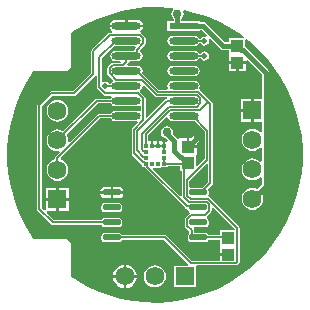
<source format=gbl>
G04*
G04 #@! TF.GenerationSoftware,Altium Limited,Altium Designer,22.7.1 (60)*
G04*
G04 Layer_Physical_Order=2*
G04 Layer_Color=16711680*
%FSLAX24Y24*%
%MOIN*%
G70*
G04*
G04 #@! TF.SameCoordinates,277468EA-A594-40E7-B2BE-35E06897B6AD*
G04*
G04*
G04 #@! TF.FilePolarity,Positive*
G04*
G01*
G75*
%ADD12C,0.0050*%
%ADD21R,0.0433X0.0413*%
%ADD32C,0.0150*%
%ADD33C,0.0626*%
%ADD34R,0.0626X0.0626*%
%ADD35R,0.0626X0.0626*%
%ADD36C,0.0200*%
%ADD37C,0.0300*%
G04:AMPARAMS|DCode=38|XSize=59mil|YSize=21mil|CornerRadius=5.3mil|HoleSize=0mil|Usage=FLASHONLY|Rotation=0.000|XOffset=0mil|YOffset=0mil|HoleType=Round|Shape=RoundedRectangle|*
%AMROUNDEDRECTD38*
21,1,0.0590,0.0105,0,0,0.0*
21,1,0.0485,0.0210,0,0,0.0*
1,1,0.0105,0.0243,-0.0053*
1,1,0.0105,-0.0243,-0.0053*
1,1,0.0105,-0.0243,0.0053*
1,1,0.0105,0.0243,0.0053*
%
%ADD38ROUNDEDRECTD38*%
G04:AMPARAMS|DCode=39|XSize=97.4mil|YSize=24.5mil|CornerRadius=12.2mil|HoleSize=0mil|Usage=FLASHONLY|Rotation=180.000|XOffset=0mil|YOffset=0mil|HoleType=Round|Shape=RoundedRectangle|*
%AMROUNDEDRECTD39*
21,1,0.0974,0.0000,0,0,180.0*
21,1,0.0729,0.0245,0,0,180.0*
1,1,0.0245,-0.0365,0.0000*
1,1,0.0245,0.0365,0.0000*
1,1,0.0245,0.0365,0.0000*
1,1,0.0245,-0.0365,0.0000*
%
%ADD39ROUNDEDRECTD39*%
%ADD40R,0.0974X0.0245*%
%ADD41R,0.0138X0.0148*%
%ADD42R,0.0148X0.0138*%
G36*
X10503Y14898D02*
X10586Y14886D01*
X10599Y14834D01*
X10562Y14778D01*
X10546Y14700D01*
X10562Y14622D01*
X10606Y14556D01*
X10623Y14545D01*
Y14472D01*
X10414D01*
Y14128D01*
X11488D01*
Y14173D01*
X11547D01*
X11738Y13982D01*
X11709Y13941D01*
X11650Y13953D01*
X11591Y13941D01*
X11542Y13908D01*
X11521Y13876D01*
X11472D01*
X11440Y13924D01*
X11383Y13962D01*
X11316Y13976D01*
X10587D01*
X10519Y13962D01*
X10462Y13924D01*
X10424Y13867D01*
X10411Y13800D01*
X10424Y13733D01*
X10462Y13676D01*
X10519Y13638D01*
X10587Y13624D01*
X11316D01*
X11383Y13638D01*
X11440Y13676D01*
X11472Y13724D01*
X11521D01*
X11542Y13692D01*
X11591Y13659D01*
X11650Y13647D01*
X11709Y13659D01*
X11758Y13692D01*
X11791Y13741D01*
X11803Y13800D01*
X11791Y13859D01*
X11832Y13888D01*
X12184Y13535D01*
X12226Y13508D01*
X12274Y13498D01*
X12483D01*
Y13369D01*
X12453Y13361D01*
Y13114D01*
X12750D01*
X13047D01*
Y13132D01*
X13093Y13151D01*
X13561Y12684D01*
Y11877D01*
X13290D01*
Y11484D01*
Y11091D01*
X13561D01*
Y10769D01*
X13513Y10753D01*
X13509Y10759D01*
X13433Y10817D01*
X13345Y10854D01*
X13250Y10866D01*
X13155Y10854D01*
X13067Y10817D01*
X12991Y10759D01*
X12933Y10683D01*
X12896Y10595D01*
X12884Y10500D01*
X12896Y10405D01*
X12933Y10317D01*
X12991Y10241D01*
X13067Y10183D01*
X13155Y10146D01*
X13250Y10134D01*
X13345Y10146D01*
X13433Y10183D01*
X13509Y10241D01*
X13513Y10247D01*
X13561Y10231D01*
Y9785D01*
X13513Y9769D01*
X13509Y9775D01*
X13433Y9833D01*
X13345Y9869D01*
X13250Y9882D01*
X13155Y9869D01*
X13067Y9833D01*
X12991Y9775D01*
X12933Y9699D01*
X12896Y9611D01*
X12884Y9516D01*
X12896Y9421D01*
X12933Y9333D01*
X12991Y9257D01*
X13067Y9199D01*
X13155Y9162D01*
X13250Y9150D01*
X13345Y9162D01*
X13433Y9199D01*
X13509Y9257D01*
X13513Y9262D01*
X13561Y9246D01*
Y9022D01*
X13400Y8862D01*
X13345Y8885D01*
X13250Y8898D01*
X13155Y8885D01*
X13067Y8849D01*
X12991Y8790D01*
X12933Y8715D01*
X12896Y8626D01*
X12884Y8532D01*
X12896Y8437D01*
X12933Y8348D01*
X12991Y8273D01*
X13067Y8214D01*
X13155Y8178D01*
X13250Y8165D01*
X13345Y8178D01*
X13433Y8214D01*
X13509Y8273D01*
X13567Y8348D01*
X13604Y8437D01*
X13616Y8532D01*
X13604Y8626D01*
X13581Y8682D01*
X13778Y8879D01*
X13806Y8921D01*
X13815Y8969D01*
Y12736D01*
X13806Y12785D01*
X13778Y12827D01*
X13021Y13584D01*
X13017Y13587D01*
Y13824D01*
X13067Y13849D01*
X13133Y13798D01*
X13441Y13522D01*
X13724Y13222D01*
X13981Y12898D01*
X14210Y12554D01*
X14409Y12193D01*
X14577Y11815D01*
X14713Y11425D01*
X14816Y11025D01*
X14885Y10618D01*
X14920Y10207D01*
Y9793D01*
X14885Y9382D01*
X14816Y8975D01*
X14713Y8575D01*
X14577Y8185D01*
X14409Y7807D01*
X14210Y7446D01*
X13981Y7102D01*
X13724Y6778D01*
X13441Y6478D01*
X13133Y6202D01*
X12804Y5952D01*
X12455Y5732D01*
X12088Y5541D01*
X11707Y5381D01*
X11314Y5255D01*
X10912Y5161D01*
X10503Y5102D01*
X10091Y5077D01*
X9678Y5086D01*
X9267Y5131D01*
X8862Y5209D01*
X8464Y5322D01*
X8078Y5467D01*
X7704Y5644D01*
X7347Y5852D01*
X7212Y5946D01*
X7212Y7000D01*
X7212Y7000D01*
X7206Y7031D01*
X7189Y7057D01*
X7057Y7189D01*
X7031Y7206D01*
X7000Y7212D01*
X5946D01*
X5862Y7332D01*
X5671Y7656D01*
X5505Y7993D01*
X5364Y8341D01*
X5251Y8700D01*
X5166Y9066D01*
X5109Y9437D01*
X5080Y9812D01*
Y10188D01*
X5109Y10563D01*
X5166Y10934D01*
X5251Y11300D01*
X5364Y11659D01*
X5505Y12007D01*
X5671Y12344D01*
X5862Y12668D01*
X5946Y12788D01*
X7000D01*
X7000Y12788D01*
X7031Y12794D01*
X7057Y12811D01*
X7189Y12943D01*
X7206Y12969D01*
X7212Y13000D01*
Y14054D01*
X7347Y14148D01*
X7704Y14356D01*
X8078Y14533D01*
X8464Y14678D01*
X8862Y14791D01*
X9267Y14869D01*
X9678Y14914D01*
X10091Y14923D01*
X10503Y14898D01*
D02*
G37*
G36*
X11314Y14745D02*
X11707Y14619D01*
X12088Y14459D01*
X12455Y14268D01*
X12804Y14048D01*
X12957Y13932D01*
X12940Y13882D01*
X12483D01*
Y13753D01*
X12327D01*
X11690Y14390D01*
X11649Y14418D01*
X11600Y14427D01*
X11488D01*
Y14472D01*
X10877D01*
Y14545D01*
X10894Y14556D01*
X10938Y14622D01*
X10954Y14700D01*
X10938Y14778D01*
X10936Y14782D01*
X10966Y14826D01*
X11314Y14745D01*
D02*
G37*
%LPC*%
G36*
X9413Y14506D02*
X9089D01*
Y14340D01*
X9612D01*
X9604Y14379D01*
X9559Y14446D01*
X9492Y14491D01*
X9413Y14506D01*
D02*
G37*
G36*
X9009D02*
X8684D01*
X8605Y14491D01*
X8538Y14446D01*
X8494Y14379D01*
X8486Y14340D01*
X9009D01*
Y14506D01*
D02*
G37*
G36*
X11316Y13476D02*
X10587D01*
X10519Y13462D01*
X10462Y13424D01*
X10424Y13367D01*
X10411Y13300D01*
X10424Y13233D01*
X10462Y13176D01*
X10519Y13138D01*
X10587Y13124D01*
X11316D01*
X11383Y13138D01*
X11440Y13176D01*
X11472Y13224D01*
X11521D01*
X11542Y13192D01*
X11591Y13159D01*
X11650Y13147D01*
X11709Y13159D01*
X11758Y13192D01*
X11791Y13241D01*
X11803Y13300D01*
X11791Y13359D01*
X11758Y13408D01*
X11709Y13441D01*
X11650Y13453D01*
X11591Y13441D01*
X11542Y13408D01*
X11521Y13376D01*
X11472D01*
X11440Y13424D01*
X11383Y13462D01*
X11316Y13476D01*
D02*
G37*
G36*
X13047Y13034D02*
X12790D01*
Y12788D01*
X13047D01*
Y13034D01*
D02*
G37*
G36*
X12710D02*
X12453D01*
Y12788D01*
X12710D01*
Y13034D01*
D02*
G37*
G36*
X11316Y12976D02*
X10587D01*
X10519Y12962D01*
X10462Y12924D01*
X10424Y12867D01*
X10411Y12800D01*
X10424Y12733D01*
X10462Y12676D01*
X10519Y12638D01*
X10587Y12624D01*
X11316D01*
X11383Y12638D01*
X11440Y12676D01*
X11478Y12733D01*
X11492Y12800D01*
X11478Y12867D01*
X11440Y12924D01*
X11383Y12962D01*
X11316Y12976D01*
D02*
G37*
G36*
X9612Y14260D02*
X9049D01*
X8486D01*
X8494Y14221D01*
X8538Y14154D01*
X8583Y14124D01*
X8568Y14074D01*
X8497D01*
X8468Y14068D01*
X8443Y14052D01*
X7896Y13504D01*
X7879Y13479D01*
X7874Y13450D01*
Y12732D01*
X7268Y12126D01*
X6550D01*
X6521Y12121D01*
X6496Y12104D01*
X6496Y12104D01*
X6096Y11704D01*
X6079Y11679D01*
X6074Y11650D01*
Y8200D01*
X6079Y8171D01*
X6096Y8146D01*
X6546Y7696D01*
X6571Y7679D01*
X6600Y7674D01*
X8218D01*
X8221Y7658D01*
X8244Y7624D01*
X8278Y7601D01*
X8317Y7593D01*
X8802D01*
X8842Y7601D01*
X8876Y7624D01*
X8899Y7658D01*
X8907Y7697D01*
Y7803D01*
X8899Y7842D01*
X8876Y7876D01*
X8842Y7899D01*
X8802Y7907D01*
X8317D01*
X8278Y7899D01*
X8244Y7876D01*
X8221Y7842D01*
X8218Y7826D01*
X6632D01*
X6385Y8073D01*
X6406Y8123D01*
X6710D01*
Y8476D01*
X6357D01*
Y8172D01*
X6307Y8151D01*
X6226Y8232D01*
Y11618D01*
X6582Y11974D01*
X7300D01*
X7329Y11979D01*
X7354Y11996D01*
X8004Y12646D01*
X8021Y12671D01*
X8024Y12685D01*
X8074Y12680D01*
Y12250D01*
X8079Y12221D01*
X8096Y12196D01*
X8296Y11996D01*
X8321Y11979D01*
X8350Y11974D01*
X8350Y11974D01*
X8544D01*
X8560Y11924D01*
X8528Y11876D01*
X8066D01*
X8066Y11876D01*
X8036Y11871D01*
X8012Y11854D01*
X6948Y10790D01*
X6933Y10801D01*
X6845Y10838D01*
X6750Y10850D01*
X6655Y10838D01*
X6567Y10801D01*
X6491Y10743D01*
X6433Y10667D01*
X6396Y10579D01*
X6384Y10484D01*
X6396Y10389D01*
X6433Y10301D01*
X6491Y10225D01*
X6567Y10167D01*
X6655Y10131D01*
X6750Y10118D01*
X6795Y10124D01*
X6819Y10077D01*
X6696Y9954D01*
X6679Y9929D01*
X6674Y9900D01*
Y9856D01*
X6655Y9854D01*
X6567Y9817D01*
X6491Y9759D01*
X6433Y9683D01*
X6396Y9595D01*
X6384Y9500D01*
X6396Y9405D01*
X6433Y9317D01*
X6491Y9241D01*
X6567Y9183D01*
X6655Y9146D01*
X6750Y9134D01*
X6845Y9146D01*
X6933Y9183D01*
X7009Y9241D01*
X7067Y9317D01*
X7104Y9405D01*
X7116Y9500D01*
X7104Y9595D01*
X7067Y9683D01*
X7009Y9759D01*
X6933Y9817D01*
X6871Y9843D01*
X6858Y9900D01*
X8182Y11224D01*
X8528D01*
X8560Y11176D01*
X8617Y11138D01*
X8684Y11124D01*
X9404D01*
X9419Y11101D01*
X9426Y11076D01*
X9246Y10895D01*
X9229Y10871D01*
X9224Y10841D01*
Y10053D01*
X9229Y10023D01*
X9246Y9999D01*
X9550Y9695D01*
X9575Y9678D01*
X9576Y9678D01*
Y9586D01*
X9676D01*
X9678Y9575D01*
X9695Y9550D01*
X11016Y8229D01*
X11041Y8212D01*
X11070Y8206D01*
X11099Y8170D01*
X11101Y8158D01*
X11124Y8124D01*
X11149Y8107D01*
X11157Y8071D01*
X11157Y8050D01*
X11016Y7909D01*
X10999Y7885D01*
X10994Y7855D01*
Y7645D01*
X10999Y7615D01*
X11016Y7591D01*
X11146Y7461D01*
Y7391D01*
X11124Y7376D01*
X11101Y7342D01*
X11093Y7303D01*
Y7197D01*
X11101Y7158D01*
X11124Y7124D01*
X11158Y7101D01*
X11198Y7093D01*
X11682D01*
X11722Y7101D01*
X11756Y7124D01*
X11779Y7158D01*
X11782Y7174D01*
X12183D01*
Y6969D01*
X12153Y6961D01*
Y6714D01*
X12450D01*
Y6634D01*
X12153D01*
Y6469D01*
X11223D01*
X10388Y7304D01*
X10363Y7321D01*
X10334Y7326D01*
X8902D01*
X8899Y7342D01*
X8876Y7376D01*
X8842Y7399D01*
X8802Y7407D01*
X8317D01*
X8278Y7399D01*
X8244Y7376D01*
X8221Y7342D01*
X8213Y7303D01*
Y7197D01*
X8221Y7158D01*
X8244Y7124D01*
X8278Y7101D01*
X8317Y7093D01*
X8802D01*
X8842Y7101D01*
X8876Y7124D01*
X8899Y7158D01*
X8902Y7174D01*
X10302D01*
X11113Y6363D01*
X11092Y6313D01*
X10637D01*
Y5587D01*
X11363D01*
X11363Y6313D01*
X11412Y6316D01*
X12698D01*
X12727Y6322D01*
X12752Y6339D01*
X12796Y6383D01*
X12796Y6383D01*
X12812Y6407D01*
X12818Y6437D01*
Y7565D01*
X12812Y7594D01*
X12796Y7619D01*
X12796Y7619D01*
X11831Y8584D01*
X11806Y8601D01*
X11802Y8601D01*
X11778Y8650D01*
X11778Y8656D01*
X11779Y8658D01*
X11787Y8698D01*
Y8802D01*
X11779Y8842D01*
X11762Y8868D01*
X11904Y9011D01*
X11921Y9035D01*
X11926Y9065D01*
Y11686D01*
X11921Y11716D01*
X11904Y11741D01*
X11822Y11822D01*
X11822Y11822D01*
X11488Y12157D01*
X11488Y12157D01*
X11469Y12219D01*
X11478Y12233D01*
X11492Y12300D01*
X11478Y12367D01*
X11440Y12424D01*
X11383Y12462D01*
X11316Y12476D01*
X10587D01*
X10519Y12462D01*
X10462Y12424D01*
X10424Y12367D01*
X10411Y12300D01*
X10424Y12233D01*
X10431Y12223D01*
X10407Y12179D01*
X10142D01*
X9578Y12744D01*
X9589Y12800D01*
X9576Y12867D01*
X9538Y12924D01*
X9481Y12962D01*
X9413Y12976D01*
X9094D01*
X9075Y13022D01*
X9102Y13048D01*
X9118Y13073D01*
X9124Y13103D01*
X9165Y13124D01*
X9413D01*
X9481Y13138D01*
X9538Y13176D01*
X9576Y13233D01*
X9589Y13300D01*
X9576Y13367D01*
X9538Y13424D01*
X9514Y13440D01*
X9507Y13504D01*
X9665Y13662D01*
X9665Y13662D01*
X9681Y13687D01*
X9687Y13716D01*
Y13882D01*
X9687Y13882D01*
X9681Y13911D01*
X9665Y13936D01*
X9549Y14052D01*
X9524Y14068D01*
X9522Y14069D01*
X9511Y14122D01*
X9559Y14154D01*
X9604Y14221D01*
X9612Y14260D01*
D02*
G37*
G36*
X13210Y11877D02*
X12857D01*
Y11524D01*
X13210D01*
Y11877D01*
D02*
G37*
G36*
X6750Y11835D02*
X6655Y11822D01*
X6567Y11786D01*
X6491Y11727D01*
X6433Y11652D01*
X6396Y11563D01*
X6384Y11468D01*
X6396Y11374D01*
X6433Y11285D01*
X6491Y11210D01*
X6567Y11151D01*
X6655Y11115D01*
X6750Y11102D01*
X6845Y11115D01*
X6933Y11151D01*
X7009Y11210D01*
X7067Y11285D01*
X7104Y11374D01*
X7116Y11468D01*
X7104Y11563D01*
X7067Y11652D01*
X7009Y11727D01*
X6933Y11786D01*
X6845Y11822D01*
X6750Y11835D01*
D02*
G37*
G36*
X13210Y11444D02*
X12857D01*
Y11091D01*
X13210D01*
Y11444D01*
D02*
G37*
G36*
X8802Y8938D02*
X8600D01*
Y8790D01*
X8938D01*
Y8802D01*
X8927Y8854D01*
X8898Y8898D01*
X8854Y8927D01*
X8802Y8938D01*
D02*
G37*
G36*
X8520D02*
X8317D01*
X8266Y8927D01*
X8222Y8898D01*
X8193Y8854D01*
X8182Y8802D01*
Y8790D01*
X8520D01*
Y8938D01*
D02*
G37*
G36*
X8938Y8710D02*
X8600D01*
Y8562D01*
X8802D01*
X8854Y8573D01*
X8898Y8602D01*
X8927Y8646D01*
X8938Y8698D01*
Y8710D01*
D02*
G37*
G36*
X8520D02*
X8182D01*
Y8698D01*
X8193Y8646D01*
X8222Y8602D01*
X8266Y8573D01*
X8317Y8562D01*
X8520D01*
Y8710D01*
D02*
G37*
G36*
X7143Y8909D02*
X6790D01*
Y8556D01*
X7143D01*
Y8909D01*
D02*
G37*
G36*
X6710D02*
X6357D01*
Y8556D01*
X6710D01*
Y8909D01*
D02*
G37*
G36*
X7143Y8476D02*
X6790D01*
Y8123D01*
X7143D01*
Y8476D01*
D02*
G37*
G36*
X8802Y8407D02*
X8317D01*
X8278Y8399D01*
X8244Y8376D01*
X8221Y8342D01*
X8213Y8303D01*
Y8198D01*
X8221Y8158D01*
X8244Y8124D01*
X8278Y8101D01*
X8317Y8093D01*
X8802D01*
X8842Y8101D01*
X8876Y8124D01*
X8899Y8158D01*
X8907Y8198D01*
Y8303D01*
X8899Y8342D01*
X8876Y8376D01*
X8842Y8399D01*
X8802Y8407D01*
D02*
G37*
G36*
X9040Y6341D02*
Y5990D01*
X9391D01*
X9383Y6053D01*
X9343Y6148D01*
X9280Y6230D01*
X9198Y6293D01*
X9103Y6333D01*
X9040Y6341D01*
D02*
G37*
G36*
X8960D02*
X8897Y6333D01*
X8802Y6293D01*
X8720Y6230D01*
X8657Y6148D01*
X8617Y6053D01*
X8609Y5990D01*
X8960D01*
Y6341D01*
D02*
G37*
G36*
X10000Y6316D02*
X9905Y6304D01*
X9817Y6267D01*
X9741Y6209D01*
X9683Y6133D01*
X9646Y6045D01*
X9634Y5950D01*
X9646Y5855D01*
X9683Y5767D01*
X9741Y5691D01*
X9817Y5633D01*
X9905Y5596D01*
X10000Y5584D01*
X10095Y5596D01*
X10183Y5633D01*
X10259Y5691D01*
X10317Y5767D01*
X10354Y5855D01*
X10366Y5950D01*
X10354Y6045D01*
X10317Y6133D01*
X10259Y6209D01*
X10183Y6267D01*
X10095Y6304D01*
X10000Y6316D01*
D02*
G37*
G36*
X9391Y5910D02*
X9040D01*
Y5559D01*
X9103Y5567D01*
X9198Y5607D01*
X9280Y5670D01*
X9343Y5752D01*
X9383Y5847D01*
X9391Y5910D01*
D02*
G37*
G36*
X8960D02*
X8609D01*
X8617Y5847D01*
X8657Y5752D01*
X8720Y5670D01*
X8802Y5607D01*
X8897Y5567D01*
X8960Y5559D01*
Y5910D01*
D02*
G37*
%LPD*%
G36*
X8684Y13624D02*
X9345D01*
X9365Y13578D01*
X9338Y13552D01*
X9322Y13527D01*
X9316Y13497D01*
Y13476D01*
X8684D01*
X8617Y13462D01*
X8560Y13424D01*
X8522Y13367D01*
X8508Y13300D01*
X8522Y13233D01*
X8560Y13176D01*
X8617Y13138D01*
X8684Y13124D01*
X8836D01*
X8862Y13074D01*
X8862Y13074D01*
X8602D01*
X8602Y13074D01*
X8573Y13068D01*
X8548Y13052D01*
X8433Y12936D01*
X8416Y12911D01*
X8410Y12882D01*
Y12718D01*
X8416Y12689D01*
X8433Y12664D01*
X8592Y12505D01*
X8585Y12441D01*
X8560Y12424D01*
X8528Y12376D01*
X8479D01*
X8458Y12408D01*
X8409Y12441D01*
X8350Y12453D01*
X8291Y12441D01*
X8276Y12431D01*
X8226Y12458D01*
Y13234D01*
X8628Y13635D01*
X8684Y13624D01*
D02*
G37*
G36*
X8560Y11676D02*
X8617Y11638D01*
X8684Y11624D01*
X9413D01*
X9481Y11638D01*
X9490Y11644D01*
X9534Y11620D01*
Y11480D01*
X9490Y11456D01*
X9481Y11462D01*
X9413Y11476D01*
X8684D01*
X8617Y11462D01*
X8560Y11424D01*
X8528Y11376D01*
X8150D01*
X8121Y11371D01*
X8096Y11354D01*
X7158Y10416D01*
X7110Y10439D01*
X7116Y10484D01*
X7104Y10579D01*
X7067Y10667D01*
X7056Y10682D01*
X8097Y11724D01*
X8528D01*
X8560Y11676D01*
D02*
G37*
G36*
X10015Y11948D02*
X10015Y11948D01*
X10040Y11932D01*
X10069Y11926D01*
X10399D01*
X10400Y11876D01*
X10400Y11876D01*
X10371Y11871D01*
X10346Y11854D01*
X10346Y11854D01*
X9733Y11242D01*
X9687Y11261D01*
Y11882D01*
X9687Y11882D01*
X9681Y11911D01*
X9665Y11936D01*
X9665Y11936D01*
X9505Y12095D01*
X9503Y12133D01*
X9509Y12156D01*
X9538Y12176D01*
X9576Y12233D01*
X9589Y12300D01*
X9588Y12305D01*
X9634Y12329D01*
X10015Y11948D01*
D02*
G37*
G36*
X10422Y11244D02*
X10424Y11233D01*
X10462Y11176D01*
X10519Y11138D01*
X10587Y11124D01*
X11316D01*
X11328Y11127D01*
X11674Y10781D01*
Y9877D01*
X11413Y9616D01*
X11367Y9635D01*
Y9981D01*
X11397Y9989D01*
Y10236D01*
X11100D01*
Y10276D01*
X11060D01*
Y10562D01*
X10803D01*
Y10533D01*
X10787Y10527D01*
X10753Y10525D01*
X10731Y10559D01*
X10593Y10696D01*
X10604Y10750D01*
X10588Y10828D01*
X10544Y10894D01*
X10478Y10938D01*
X10400Y10954D01*
X10322Y10938D01*
X10256Y10894D01*
X10212Y10828D01*
X10196Y10750D01*
X10212Y10672D01*
X10256Y10606D01*
X10322Y10562D01*
X10379Y10550D01*
X10435Y10494D01*
X10414Y10444D01*
X10340D01*
Y10295D01*
X10260D01*
Y10444D01*
X10247D01*
Y10454D01*
X10138D01*
Y10300D01*
X10058D01*
Y10454D01*
X9942D01*
Y10300D01*
X9862D01*
Y10454D01*
X9776D01*
Y10661D01*
X10374Y11259D01*
X10422Y11244D01*
D02*
G37*
G36*
X11774Y9695D02*
Y9096D01*
X11584Y8907D01*
X11198D01*
X11196Y8907D01*
X11146Y8947D01*
Y9133D01*
X11727Y9714D01*
X11774Y9695D01*
D02*
G37*
G36*
X10833Y9468D02*
X10894D01*
Y8638D01*
X10844Y8617D01*
X9931Y9530D01*
X9950Y9576D01*
X10217D01*
Y9586D01*
X10424D01*
Y9628D01*
X10833D01*
Y9468D01*
D02*
G37*
G36*
X12665Y7534D02*
Y7482D01*
X12183D01*
Y7326D01*
X11782D01*
X11779Y7342D01*
X11756Y7376D01*
X11722Y7399D01*
X11682Y7407D01*
X11299D01*
Y7492D01*
X11299Y7492D01*
X11293Y7521D01*
X11279Y7543D01*
X11284Y7565D01*
X11295Y7593D01*
X11682D01*
X11722Y7601D01*
X11756Y7624D01*
X11779Y7658D01*
X11787Y7697D01*
Y7803D01*
X11779Y7842D01*
X11756Y7876D01*
X11731Y7893D01*
X11723Y7929D01*
X11723Y7950D01*
X11864Y8091D01*
X11881Y8115D01*
X11886Y8145D01*
Y8247D01*
X11933Y8266D01*
X12665Y7534D01*
D02*
G37*
%LPC*%
G36*
X11450Y10727D02*
X11434D01*
X11385Y10718D01*
X11344Y10690D01*
X11216Y10562D01*
X11140D01*
Y10316D01*
X11397D01*
Y10382D01*
X11496Y10482D01*
X11499Y10482D01*
X11540Y10510D01*
X11568Y10551D01*
X11577Y10600D01*
X11568Y10649D01*
X11540Y10690D01*
X11499Y10718D01*
X11450Y10727D01*
D02*
G37*
%LPD*%
D12*
X9902Y10300D02*
X10098D01*
X10101Y10298D02*
X10298D01*
X10300Y10295D01*
X10098Y10300D02*
X10101Y10298D01*
X10300Y10098D02*
Y10295D01*
Y9902D02*
Y9955D01*
X7950Y12700D02*
Y13450D01*
X7300Y12050D02*
X7950Y12700D01*
Y13450D02*
X8497Y13997D01*
X6550Y12050D02*
X7300D01*
X6150Y11650D02*
X6550Y12050D01*
X8497Y13997D02*
X9495D01*
X6150Y8200D02*
Y11650D01*
X9495Y13997D02*
X9611Y13882D01*
X9392Y13497D02*
X9611Y13716D01*
Y13882D01*
X8150Y12250D02*
X8350Y12050D01*
X8150Y13266D02*
X8684Y13800D01*
X8150Y12250D02*
Y13266D01*
X8350Y12300D02*
X9049D01*
X11080Y9705D02*
X11100Y9724D01*
X10970Y9594D02*
X11080Y9705D01*
X10970Y8603D02*
Y9594D01*
Y8603D02*
X11143Y8430D01*
X11070Y9165D02*
X11750Y9845D01*
X11143Y8430D02*
X11735D01*
X11810Y8355D01*
X11070Y7645D02*
Y7855D01*
X12742Y6437D02*
Y7565D01*
X11070Y7645D02*
X11222Y7492D01*
Y7328D02*
Y7492D01*
X11070Y7855D02*
X11215Y8000D01*
X11222Y7328D02*
X11300Y7250D01*
X11440D01*
X11810Y8145D02*
Y8355D01*
X11215Y8000D02*
X11665D01*
X11070Y8645D02*
X11185Y8530D01*
X11665Y8000D02*
X11810Y8145D01*
X11777Y8530D02*
X12742Y7565D01*
X11185Y8530D02*
X11777D01*
X12698Y6393D02*
X12742Y6437D01*
X11191Y6393D02*
X12698D01*
X10334Y7250D02*
X11191Y6393D01*
X8560Y7250D02*
X10334D01*
X11070Y8645D02*
Y9165D01*
X11750Y9845D02*
Y10813D01*
X9749Y9604D02*
X11070Y8283D01*
X11407D01*
X11440Y8250D01*
X9749Y9604D02*
Y9661D01*
X9705Y9705D02*
X9749Y9661D01*
X11263Y11300D02*
X11750Y10813D01*
X11850Y9065D02*
Y11686D01*
X11768Y11768D02*
X11850Y11686D01*
X11535Y8750D02*
X11850Y9065D01*
X10505Y11497D02*
X11497D01*
X11768Y11768D01*
X11434Y12103D02*
X11768Y11768D01*
X10466Y11600D02*
X11395D01*
X11513Y11718D02*
Y11882D01*
X11395Y11600D02*
X11513Y11718D01*
X11440Y8750D02*
X11535D01*
X10951Y13800D02*
X11650D01*
X10951Y13300D02*
X11650D01*
X8350Y12050D02*
X9443D01*
X9611Y11882D01*
X9392Y13390D02*
Y13497D01*
X9302Y13300D02*
X9392Y13390D01*
X9049Y13300D02*
X9302D01*
X9656Y9749D02*
X9700Y9705D01*
X9611Y11152D02*
Y11882D01*
X9300Y10841D02*
X9611Y11152D01*
X9300Y10053D02*
Y10841D01*
X8684Y13800D02*
X9049D01*
X9300Y10053D02*
X9604Y9749D01*
X9656D01*
X6150Y8200D02*
X6600Y7750D01*
X8560D01*
X8708Y12497D02*
X9574D01*
X8487Y12718D02*
X8708Y12497D01*
X8487Y12882D02*
X8602Y12997D01*
X8487Y12718D02*
Y12882D01*
X8602Y12997D02*
X8942D01*
X10069Y12003D02*
X11392D01*
X9574Y12497D02*
X10069Y12003D01*
X8942Y12997D02*
X9047Y13103D01*
Y13299D02*
X9049Y13300D01*
X9047Y13103D02*
Y13299D01*
X9400Y10149D02*
X9604Y9945D01*
X9400Y10800D02*
X10400Y11800D01*
X9400Y10149D02*
Y10800D01*
X9413Y12800D02*
X10111Y12103D01*
X11434D01*
X9049Y12800D02*
X9413D01*
X12426Y7250D02*
X12450Y7226D01*
X11440Y7250D02*
X12426D01*
X10951Y11300D02*
X11263D01*
X8066Y11800D02*
X9049D01*
X8150Y11300D02*
X9049D01*
X9551Y10195D02*
Y10685D01*
X9700Y10692D02*
X10505Y11497D01*
X9700Y10295D02*
Y10692D01*
X9551Y10685D02*
X10466Y11600D01*
X11392Y12003D02*
X11513Y11882D01*
X9551Y10195D02*
X9604Y10142D01*
X9656D01*
X9700Y10098D01*
X10400Y11800D02*
X10951D01*
X9656Y9945D02*
X9700Y9902D01*
X9604Y9945D02*
X9656D01*
X6750Y9500D02*
Y9900D01*
X8150Y11300D01*
X6750Y10484D02*
X8066Y11800D01*
X10300Y9705D02*
X11080D01*
X10300D02*
Y9902D01*
D21*
X11100Y10276D02*
D03*
Y9724D02*
D03*
X12450Y6674D02*
D03*
Y7226D02*
D03*
X12750Y13074D02*
D03*
Y13626D02*
D03*
D32*
X11110Y10276D02*
X11434Y10600D01*
X11100Y10276D02*
X11110D01*
X11434Y10600D02*
X11450D01*
X10400Y10709D02*
Y10750D01*
Y10709D02*
X10641Y10469D01*
Y10135D02*
Y10469D01*
Y10135D02*
X10832Y9944D01*
X10871D01*
X11090Y9724D01*
X11100D01*
X12750Y13626D02*
X12882Y13494D01*
X12931D01*
X13688Y12736D01*
Y8969D02*
Y12736D01*
X13250Y8532D02*
X13688Y8969D01*
X11600Y14300D02*
X12274Y13626D01*
X12750D01*
X10797Y14300D02*
X11600D01*
X10750Y14347D02*
Y14700D01*
Y14347D02*
X10797Y14300D01*
D33*
X6750Y11468D02*
D03*
Y10484D02*
D03*
Y9500D02*
D03*
X9000Y5950D02*
D03*
X10000D02*
D03*
X13250Y8532D02*
D03*
Y9516D02*
D03*
Y10500D02*
D03*
D34*
X6750Y8516D02*
D03*
X13250Y11484D02*
D03*
D35*
X11000Y5950D02*
D03*
D36*
X8350Y12300D02*
D03*
X11650Y13800D02*
D03*
Y13300D02*
D03*
D37*
X11450Y10600D02*
D03*
X10400Y10750D02*
D03*
X10750Y14700D02*
D03*
D38*
X11440Y7250D02*
D03*
Y7750D02*
D03*
Y8250D02*
D03*
Y8750D02*
D03*
X8560D02*
D03*
Y8250D02*
D03*
Y7750D02*
D03*
Y7250D02*
D03*
D39*
X9049Y14300D02*
D03*
Y13800D02*
D03*
Y13300D02*
D03*
Y12800D02*
D03*
Y12300D02*
D03*
Y11800D02*
D03*
Y11300D02*
D03*
X10951D02*
D03*
Y11800D02*
D03*
Y12300D02*
D03*
Y12800D02*
D03*
Y13300D02*
D03*
Y13800D02*
D03*
D40*
Y14300D02*
D03*
D41*
X9902Y9700D02*
D03*
X10098D02*
D03*
Y10300D02*
D03*
X9902D02*
D03*
D42*
X10300Y9705D02*
D03*
Y9902D02*
D03*
Y10098D02*
D03*
Y10295D02*
D03*
X9700Y9705D02*
D03*
Y9902D02*
D03*
Y10098D02*
D03*
Y10295D02*
D03*
M02*

</source>
